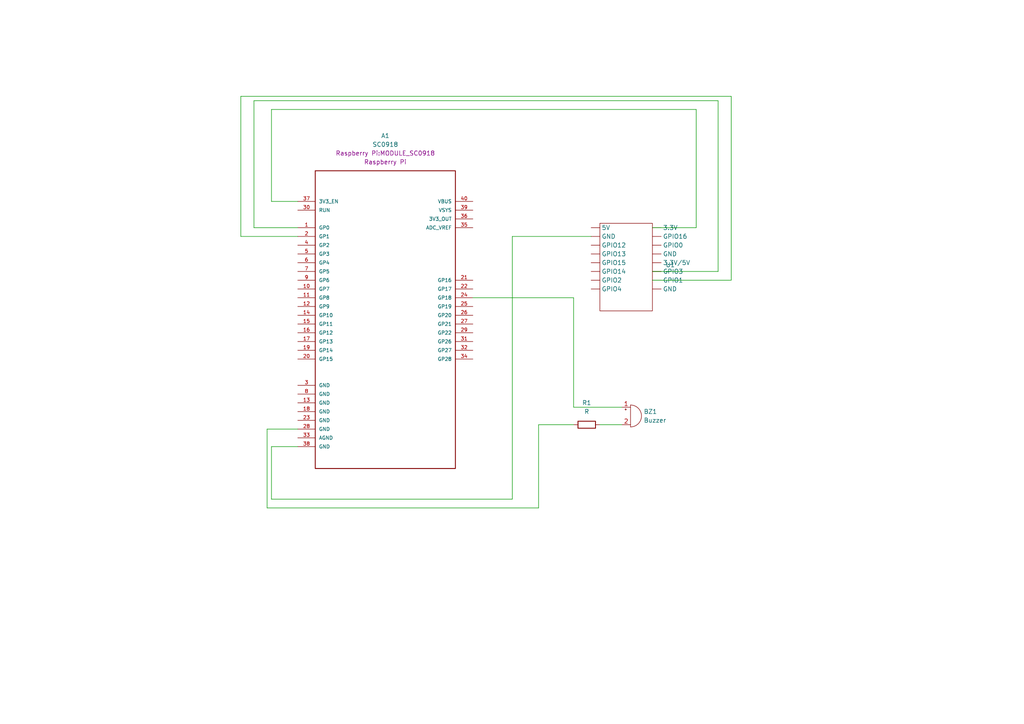
<source format=kicad_sch>
(kicad_sch
	(version 20231120)
	(generator "eeschema")
	(generator_version "8.0")
	(uuid "583b7e82-1ded-4923-8f98-ef5a38bf43de")
	(paper "A4")
	(lib_symbols
		(symbol "Camera:Camera"
			(exclude_from_sim no)
			(in_bom yes)
			(on_board yes)
			(property "Reference" "U"
				(at 0 0 0)
				(effects
					(font
						(size 1.27 1.27)
					)
				)
			)
			(property "Value" ""
				(at 0 0 0)
				(effects
					(font
						(size 1.27 1.27)
					)
				)
			)
			(property "Footprint" ""
				(at 0 0 0)
				(effects
					(font
						(size 1.27 1.27)
					)
					(hide yes)
				)
			)
			(property "Datasheet" ""
				(at 0 0 0)
				(effects
					(font
						(size 1.27 1.27)
					)
					(hide yes)
				)
			)
			(property "Description" ""
				(at 0 0 0)
				(effects
					(font
						(size 1.27 1.27)
					)
					(hide yes)
				)
			)
			(symbol "Camera_0_1"
				(rectangle
					(start -5.08 -2.54)
					(end 10.16 -27.94)
					(stroke
						(width 0)
						(type default)
					)
					(fill
						(type none)
					)
				)
			)
			(symbol "Camera_1_1"
				(pin power_out line
					(at 10.16 -3.81 0)
					(length 2.54)
					(name "3.3V"
						(effects
							(font
								(size 1.27 1.27)
							)
						)
					)
					(number ""
						(effects
							(font
								(size 1.27 1.27)
							)
						)
					)
				)
				(pin power_out line
					(at 10.16 -13.97 0)
					(length 2.54)
					(name "3.3V/5V"
						(effects
							(font
								(size 1.27 1.27)
							)
						)
					)
					(number ""
						(effects
							(font
								(size 1.27 1.27)
							)
						)
					)
				)
				(pin power_out line
					(at -7.62 -3.81 0)
					(length 2.54)
					(name "5V"
						(effects
							(font
								(size 1.27 1.27)
							)
						)
					)
					(number ""
						(effects
							(font
								(size 1.27 1.27)
							)
						)
					)
				)
				(pin power_out line
					(at -7.62 -6.35 0)
					(length 2.54)
					(name "GND"
						(effects
							(font
								(size 1.27 1.27)
							)
						)
					)
					(number ""
						(effects
							(font
								(size 1.27 1.27)
							)
						)
					)
				)
				(pin power_out line
					(at 10.16 -21.59 0)
					(length 2.54)
					(name "GND"
						(effects
							(font
								(size 1.27 1.27)
							)
						)
					)
					(number ""
						(effects
							(font
								(size 1.27 1.27)
							)
						)
					)
				)
				(pin power_out line
					(at 10.16 -11.43 0)
					(length 2.54)
					(name "GND"
						(effects
							(font
								(size 1.27 1.27)
							)
						)
					)
					(number ""
						(effects
							(font
								(size 1.27 1.27)
							)
						)
					)
				)
				(pin input line
					(at 10.16 -8.89 0)
					(length 2.54)
					(name "GPIO0"
						(effects
							(font
								(size 1.27 1.27)
							)
						)
					)
					(number ""
						(effects
							(font
								(size 1.27 1.27)
							)
						)
					)
				)
				(pin input line
					(at 10.16 -19.05 0)
					(length 2.54)
					(name "GPIO1"
						(effects
							(font
								(size 1.27 1.27)
							)
						)
					)
					(number ""
						(effects
							(font
								(size 1.27 1.27)
							)
						)
					)
				)
				(pin input line
					(at -7.62 -8.89 0)
					(length 2.54)
					(name "GPIO12"
						(effects
							(font
								(size 1.27 1.27)
							)
						)
					)
					(number ""
						(effects
							(font
								(size 1.27 1.27)
							)
						)
					)
				)
				(pin input line
					(at -7.62 -11.43 0)
					(length 2.54)
					(name "GPIO13"
						(effects
							(font
								(size 1.27 1.27)
							)
						)
					)
					(number ""
						(effects
							(font
								(size 1.27 1.27)
							)
						)
					)
				)
				(pin input line
					(at -7.62 -16.51 0)
					(length 2.54)
					(name "GPIO14"
						(effects
							(font
								(size 1.27 1.27)
							)
						)
					)
					(number ""
						(effects
							(font
								(size 1.27 1.27)
							)
						)
					)
				)
				(pin input line
					(at -7.62 -13.97 0)
					(length 2.54)
					(name "GPIO15"
						(effects
							(font
								(size 1.27 1.27)
							)
						)
					)
					(number ""
						(effects
							(font
								(size 1.27 1.27)
							)
						)
					)
				)
				(pin input line
					(at 10.16 -6.35 0)
					(length 2.54)
					(name "GPIO16"
						(effects
							(font
								(size 1.27 1.27)
							)
						)
					)
					(number ""
						(effects
							(font
								(size 1.27 1.27)
							)
						)
					)
				)
				(pin input line
					(at -7.62 -19.05 0)
					(length 2.54)
					(name "GPIO2"
						(effects
							(font
								(size 1.27 1.27)
							)
						)
					)
					(number ""
						(effects
							(font
								(size 1.27 1.27)
							)
						)
					)
				)
				(pin input line
					(at 10.16 -16.51 0)
					(length 2.54)
					(name "GPIO3"
						(effects
							(font
								(size 1.27 1.27)
							)
						)
					)
					(number ""
						(effects
							(font
								(size 1.27 1.27)
							)
						)
					)
				)
				(pin input line
					(at -7.62 -21.59 0)
					(length 2.54)
					(name "GPIO4"
						(effects
							(font
								(size 1.27 1.27)
							)
						)
					)
					(number ""
						(effects
							(font
								(size 1.27 1.27)
							)
						)
					)
				)
			)
		)
		(symbol "Device:Buzzer"
			(pin_names
				(offset 0.0254) hide)
			(exclude_from_sim no)
			(in_bom yes)
			(on_board yes)
			(property "Reference" "BZ"
				(at 3.81 1.27 0)
				(effects
					(font
						(size 1.27 1.27)
					)
					(justify left)
				)
			)
			(property "Value" "Buzzer"
				(at 3.81 -1.27 0)
				(effects
					(font
						(size 1.27 1.27)
					)
					(justify left)
				)
			)
			(property "Footprint" ""
				(at -0.635 2.54 90)
				(effects
					(font
						(size 1.27 1.27)
					)
					(hide yes)
				)
			)
			(property "Datasheet" "~"
				(at -0.635 2.54 90)
				(effects
					(font
						(size 1.27 1.27)
					)
					(hide yes)
				)
			)
			(property "Description" "Buzzer, polarized"
				(at 0 0 0)
				(effects
					(font
						(size 1.27 1.27)
					)
					(hide yes)
				)
			)
			(property "ki_keywords" "quartz resonator ceramic"
				(at 0 0 0)
				(effects
					(font
						(size 1.27 1.27)
					)
					(hide yes)
				)
			)
			(property "ki_fp_filters" "*Buzzer*"
				(at 0 0 0)
				(effects
					(font
						(size 1.27 1.27)
					)
					(hide yes)
				)
			)
			(symbol "Buzzer_0_1"
				(arc
					(start 0 -3.175)
					(mid 3.1612 0)
					(end 0 3.175)
					(stroke
						(width 0)
						(type default)
					)
					(fill
						(type none)
					)
				)
				(polyline
					(pts
						(xy -1.651 1.905) (xy -1.143 1.905)
					)
					(stroke
						(width 0)
						(type default)
					)
					(fill
						(type none)
					)
				)
				(polyline
					(pts
						(xy -1.397 2.159) (xy -1.397 1.651)
					)
					(stroke
						(width 0)
						(type default)
					)
					(fill
						(type none)
					)
				)
				(polyline
					(pts
						(xy 0 3.175) (xy 0 -3.175)
					)
					(stroke
						(width 0)
						(type default)
					)
					(fill
						(type none)
					)
				)
			)
			(symbol "Buzzer_1_1"
				(pin passive line
					(at -2.54 2.54 0)
					(length 2.54)
					(name "+"
						(effects
							(font
								(size 1.27 1.27)
							)
						)
					)
					(number "1"
						(effects
							(font
								(size 1.27 1.27)
							)
						)
					)
				)
				(pin passive line
					(at -2.54 -2.54 0)
					(length 2.54)
					(name "-"
						(effects
							(font
								(size 1.27 1.27)
							)
						)
					)
					(number "2"
						(effects
							(font
								(size 1.27 1.27)
							)
						)
					)
				)
			)
		)
		(symbol "Device:R"
			(pin_numbers hide)
			(pin_names
				(offset 0)
			)
			(exclude_from_sim no)
			(in_bom yes)
			(on_board yes)
			(property "Reference" "R"
				(at 2.032 0 90)
				(effects
					(font
						(size 1.27 1.27)
					)
				)
			)
			(property "Value" "R"
				(at 0 0 90)
				(effects
					(font
						(size 1.27 1.27)
					)
				)
			)
			(property "Footprint" ""
				(at -1.778 0 90)
				(effects
					(font
						(size 1.27 1.27)
					)
					(hide yes)
				)
			)
			(property "Datasheet" "~"
				(at 0 0 0)
				(effects
					(font
						(size 1.27 1.27)
					)
					(hide yes)
				)
			)
			(property "Description" "Resistor"
				(at 0 0 0)
				(effects
					(font
						(size 1.27 1.27)
					)
					(hide yes)
				)
			)
			(property "ki_keywords" "R res resistor"
				(at 0 0 0)
				(effects
					(font
						(size 1.27 1.27)
					)
					(hide yes)
				)
			)
			(property "ki_fp_filters" "R_*"
				(at 0 0 0)
				(effects
					(font
						(size 1.27 1.27)
					)
					(hide yes)
				)
			)
			(symbol "R_0_1"
				(rectangle
					(start -1.016 -2.54)
					(end 1.016 2.54)
					(stroke
						(width 0.254)
						(type default)
					)
					(fill
						(type none)
					)
				)
			)
			(symbol "R_1_1"
				(pin passive line
					(at 0 3.81 270)
					(length 1.27)
					(name "~"
						(effects
							(font
								(size 1.27 1.27)
							)
						)
					)
					(number "1"
						(effects
							(font
								(size 1.27 1.27)
							)
						)
					)
				)
				(pin passive line
					(at 0 -3.81 90)
					(length 1.27)
					(name "~"
						(effects
							(font
								(size 1.27 1.27)
							)
						)
					)
					(number "2"
						(effects
							(font
								(size 1.27 1.27)
							)
						)
					)
				)
			)
		)
		(symbol "Raspberry_Piebatukam:SC0918"
			(pin_names
				(offset 1.016)
			)
			(exclude_from_sim no)
			(in_bom yes)
			(on_board yes)
			(property "Reference" "A1"
				(at 0 58.42 0)
				(effects
					(font
						(size 1.27 1.27)
					)
				)
			)
			(property "Value" "SC0918"
				(at 0 55.88 0)
				(effects
					(font
						(size 1.27 1.27)
					)
				)
			)
			(property "Footprint" "Raspberry Pi:MODULE_SC0918"
				(at -12.7 -46.99 0)
				(effects
					(font
						(size 1.27 1.27)
					)
					(justify bottom)
				)
			)
			(property "Datasheet" "https://datasheets.raspberrypi.com/picow/pico-w-datasheet.pdf"
				(at -26.67 -49.53 0)
				(effects
					(font
						(size 1.27 1.27)
					)
					(justify left bottom)
					(hide yes)
				)
			)
			(property "Description" ""
				(at 0 0 0)
				(effects
					(font
						(size 1.27 1.27)
					)
					(hide yes)
				)
			)
			(property "manufacturer" "Raspberry Pi"
				(at 0 53.34 0)
				(effects
					(font
						(size 1.27 1.27)
					)
				)
			)
			(property "P/N" "SC0918"
				(at 0 50.8 0)
				(effects
					(font
						(size 1.27 1.27)
					)
					(hide yes)
				)
			)
			(property "PARTREV" "1.6"
				(at 0 48.26 0)
				(effects
					(font
						(size 1.27 1.27)
					)
					(hide yes)
				)
			)
			(property "MAXIMUM_PACKAGE_HEIGHT" "3.73mm"
				(at 0 45.72 0)
				(effects
					(font
						(size 1.27 1.27)
					)
					(hide yes)
				)
			)
			(symbol "SC0918_0_0"
				(rectangle
					(start -20.32 -43.18)
					(end 20.32 43.18)
					(stroke
						(width 0.254)
						(type default)
					)
					(fill
						(type none)
					)
				)
				(pin bidirectional line
					(at -25.4 26.67 0)
					(length 5.08)
					(name "GP0"
						(effects
							(font
								(size 1.016 1.016)
							)
						)
					)
					(number "1"
						(effects
							(font
								(size 1.016 1.016)
							)
						)
					)
				)
				(pin bidirectional line
					(at -25.4 8.89 0)
					(length 5.08)
					(name "GP7"
						(effects
							(font
								(size 1.016 1.016)
							)
						)
					)
					(number "10"
						(effects
							(font
								(size 1.016 1.016)
							)
						)
					)
				)
				(pin bidirectional line
					(at -25.4 6.35 0)
					(length 5.08)
					(name "GP8"
						(effects
							(font
								(size 1.016 1.016)
							)
						)
					)
					(number "11"
						(effects
							(font
								(size 1.016 1.016)
							)
						)
					)
				)
				(pin bidirectional line
					(at -25.4 3.81 0)
					(length 5.08)
					(name "GP9"
						(effects
							(font
								(size 1.016 1.016)
							)
						)
					)
					(number "12"
						(effects
							(font
								(size 1.016 1.016)
							)
						)
					)
				)
				(pin power_in line
					(at -25.4 -24.13 0)
					(length 5.08)
					(name "GND"
						(effects
							(font
								(size 1.016 1.016)
							)
						)
					)
					(number "13"
						(effects
							(font
								(size 1.016 1.016)
							)
						)
					)
				)
				(pin bidirectional line
					(at -25.4 1.27 0)
					(length 5.08)
					(name "GP10"
						(effects
							(font
								(size 1.016 1.016)
							)
						)
					)
					(number "14"
						(effects
							(font
								(size 1.016 1.016)
							)
						)
					)
				)
				(pin bidirectional line
					(at -25.4 -1.27 0)
					(length 5.08)
					(name "GP11"
						(effects
							(font
								(size 1.016 1.016)
							)
						)
					)
					(number "15"
						(effects
							(font
								(size 1.016 1.016)
							)
						)
					)
				)
				(pin bidirectional line
					(at -25.4 -3.81 0)
					(length 5.08)
					(name "GP12"
						(effects
							(font
								(size 1.016 1.016)
							)
						)
					)
					(number "16"
						(effects
							(font
								(size 1.016 1.016)
							)
						)
					)
				)
				(pin bidirectional line
					(at -25.4 -6.35 0)
					(length 5.08)
					(name "GP13"
						(effects
							(font
								(size 1.016 1.016)
							)
						)
					)
					(number "17"
						(effects
							(font
								(size 1.016 1.016)
							)
						)
					)
				)
				(pin power_in line
					(at -25.4 -26.67 0)
					(length 5.08)
					(name "GND"
						(effects
							(font
								(size 1.016 1.016)
							)
						)
					)
					(number "18"
						(effects
							(font
								(size 1.016 1.016)
							)
						)
					)
				)
				(pin bidirectional line
					(at -25.4 -8.89 0)
					(length 5.08)
					(name "GP14"
						(effects
							(font
								(size 1.016 1.016)
							)
						)
					)
					(number "19"
						(effects
							(font
								(size 1.016 1.016)
							)
						)
					)
				)
				(pin bidirectional line
					(at -25.4 24.13 0)
					(length 5.08)
					(name "GP1"
						(effects
							(font
								(size 1.016 1.016)
							)
						)
					)
					(number "2"
						(effects
							(font
								(size 1.016 1.016)
							)
						)
					)
				)
				(pin bidirectional line
					(at -25.4 -11.43 0)
					(length 5.08)
					(name "GP15"
						(effects
							(font
								(size 1.016 1.016)
							)
						)
					)
					(number "20"
						(effects
							(font
								(size 1.016 1.016)
							)
						)
					)
				)
				(pin bidirectional line
					(at 25.4 11.43 180)
					(length 5.08)
					(name "GP16"
						(effects
							(font
								(size 1.016 1.016)
							)
						)
					)
					(number "21"
						(effects
							(font
								(size 1.016 1.016)
							)
						)
					)
				)
				(pin bidirectional line
					(at 25.4 8.89 180)
					(length 5.08)
					(name "GP17"
						(effects
							(font
								(size 1.016 1.016)
							)
						)
					)
					(number "22"
						(effects
							(font
								(size 1.016 1.016)
							)
						)
					)
				)
				(pin power_in line
					(at -25.4 -29.21 0)
					(length 5.08)
					(name "GND"
						(effects
							(font
								(size 1.016 1.016)
							)
						)
					)
					(number "23"
						(effects
							(font
								(size 1.016 1.016)
							)
						)
					)
				)
				(pin bidirectional line
					(at 25.4 6.35 180)
					(length 5.08)
					(name "GP18"
						(effects
							(font
								(size 1.016 1.016)
							)
						)
					)
					(number "24"
						(effects
							(font
								(size 1.016 1.016)
							)
						)
					)
				)
				(pin bidirectional line
					(at 25.4 3.81 180)
					(length 5.08)
					(name "GP19"
						(effects
							(font
								(size 1.016 1.016)
							)
						)
					)
					(number "25"
						(effects
							(font
								(size 1.016 1.016)
							)
						)
					)
				)
				(pin bidirectional line
					(at 25.4 1.27 180)
					(length 5.08)
					(name "GP20"
						(effects
							(font
								(size 1.016 1.016)
							)
						)
					)
					(number "26"
						(effects
							(font
								(size 1.016 1.016)
							)
						)
					)
				)
				(pin bidirectional line
					(at 25.4 -1.27 180)
					(length 5.08)
					(name "GP21"
						(effects
							(font
								(size 1.016 1.016)
							)
						)
					)
					(number "27"
						(effects
							(font
								(size 1.016 1.016)
							)
						)
					)
				)
				(pin power_in line
					(at -25.4 -31.75 0)
					(length 5.08)
					(name "GND"
						(effects
							(font
								(size 1.016 1.016)
							)
						)
					)
					(number "28"
						(effects
							(font
								(size 1.016 1.016)
							)
						)
					)
				)
				(pin bidirectional line
					(at 25.4 -3.81 180)
					(length 5.08)
					(name "GP22"
						(effects
							(font
								(size 1.016 1.016)
							)
						)
					)
					(number "29"
						(effects
							(font
								(size 1.016 1.016)
							)
						)
					)
				)
				(pin power_in line
					(at -25.4 -19.05 0)
					(length 5.08)
					(name "GND"
						(effects
							(font
								(size 1.016 1.016)
							)
						)
					)
					(number "3"
						(effects
							(font
								(size 1.016 1.016)
							)
						)
					)
				)
				(pin input line
					(at -25.4 31.75 0)
					(length 5.08)
					(name "RUN"
						(effects
							(font
								(size 1.016 1.016)
							)
						)
					)
					(number "30"
						(effects
							(font
								(size 1.016 1.016)
							)
						)
					)
				)
				(pin bidirectional line
					(at 25.4 -6.35 180)
					(length 5.08)
					(name "GP26"
						(effects
							(font
								(size 1.016 1.016)
							)
						)
					)
					(number "31"
						(effects
							(font
								(size 1.016 1.016)
							)
						)
					)
				)
				(pin bidirectional line
					(at 25.4 -8.89 180)
					(length 5.08)
					(name "GP27"
						(effects
							(font
								(size 1.016 1.016)
							)
						)
					)
					(number "32"
						(effects
							(font
								(size 1.016 1.016)
							)
						)
					)
				)
				(pin power_in line
					(at -25.4 -34.29 0)
					(length 5.08)
					(name "AGND"
						(effects
							(font
								(size 1.016 1.016)
							)
						)
					)
					(number "33"
						(effects
							(font
								(size 1.016 1.016)
							)
						)
					)
				)
				(pin bidirectional line
					(at 25.4 -11.43 180)
					(length 5.08)
					(name "GP28"
						(effects
							(font
								(size 1.016 1.016)
							)
						)
					)
					(number "34"
						(effects
							(font
								(size 1.016 1.016)
							)
						)
					)
				)
				(pin power_in line
					(at 25.4 26.67 180)
					(length 5.08)
					(name "ADC_VREF"
						(effects
							(font
								(size 1.016 1.016)
							)
						)
					)
					(number "35"
						(effects
							(font
								(size 1.016 1.016)
							)
						)
					)
				)
				(pin power_in line
					(at 25.4 29.21 180)
					(length 5.08)
					(name "3V3_OUT"
						(effects
							(font
								(size 1.016 1.016)
							)
						)
					)
					(number "36"
						(effects
							(font
								(size 1.016 1.016)
							)
						)
					)
				)
				(pin input line
					(at -25.4 34.29 0)
					(length 5.08)
					(name "3V3_EN"
						(effects
							(font
								(size 1.016 1.016)
							)
						)
					)
					(number "37"
						(effects
							(font
								(size 1.016 1.016)
							)
						)
					)
				)
				(pin power_in line
					(at -25.4 -36.83 0)
					(length 5.08)
					(name "GND"
						(effects
							(font
								(size 1.016 1.016)
							)
						)
					)
					(number "38"
						(effects
							(font
								(size 1.016 1.016)
							)
						)
					)
				)
				(pin free line
					(at 25.4 31.75 180)
					(length 5.08)
					(name "VSYS"
						(effects
							(font
								(size 1.016 1.016)
							)
						)
					)
					(number "39"
						(effects
							(font
								(size 1.016 1.016)
							)
						)
					)
				)
				(pin bidirectional line
					(at -25.4 21.59 0)
					(length 5.08)
					(name "GP2"
						(effects
							(font
								(size 1.016 1.016)
							)
						)
					)
					(number "4"
						(effects
							(font
								(size 1.016 1.016)
							)
						)
					)
				)
				(pin free line
					(at 25.4 34.29 180)
					(length 5.08)
					(name "VBUS"
						(effects
							(font
								(size 1.016 1.016)
							)
						)
					)
					(number "40"
						(effects
							(font
								(size 1.016 1.016)
							)
						)
					)
				)
				(pin bidirectional line
					(at -25.4 19.05 0)
					(length 5.08)
					(name "GP3"
						(effects
							(font
								(size 1.016 1.016)
							)
						)
					)
					(number "5"
						(effects
							(font
								(size 1.016 1.016)
							)
						)
					)
				)
				(pin bidirectional line
					(at -25.4 16.51 0)
					(length 5.08)
					(name "GP4"
						(effects
							(font
								(size 1.016 1.016)
							)
						)
					)
					(number "6"
						(effects
							(font
								(size 1.016 1.016)
							)
						)
					)
				)
				(pin bidirectional line
					(at -25.4 13.97 0)
					(length 5.08)
					(name "GP5"
						(effects
							(font
								(size 1.016 1.016)
							)
						)
					)
					(number "7"
						(effects
							(font
								(size 1.016 1.016)
							)
						)
					)
				)
				(pin power_in line
					(at -25.4 -21.59 0)
					(length 5.08)
					(name "GND"
						(effects
							(font
								(size 1.016 1.016)
							)
						)
					)
					(number "8"
						(effects
							(font
								(size 1.016 1.016)
							)
						)
					)
				)
				(pin bidirectional line
					(at -25.4 11.43 0)
					(length 5.08)
					(name "GP6"
						(effects
							(font
								(size 1.016 1.016)
							)
						)
					)
					(number "9"
						(effects
							(font
								(size 1.016 1.016)
							)
						)
					)
				)
			)
		)
	)
	(wire
		(pts
			(xy 78.74 144.78) (xy 78.74 129.54)
		)
		(stroke
			(width 0)
			(type default)
		)
		(uuid "0feaa25d-3fff-4342-b4c5-52c95d5f5e2c")
	)
	(wire
		(pts
			(xy 73.66 29.21) (xy 73.66 66.04)
		)
		(stroke
			(width 0)
			(type default)
		)
		(uuid "1ec96178-764f-4276-8306-48e539d44662")
	)
	(wire
		(pts
			(xy 201.93 66.04) (xy 201.93 31.75)
		)
		(stroke
			(width 0)
			(type default)
		)
		(uuid "31b77b91-e9da-4514-adc6-ec249c61ed1f")
	)
	(wire
		(pts
			(xy 208.28 29.21) (xy 73.66 29.21)
		)
		(stroke
			(width 0)
			(type default)
		)
		(uuid "34516912-4be7-4c3a-a3fa-4c06f2ece0da")
	)
	(wire
		(pts
			(xy 78.74 58.42) (xy 86.36 58.42)
		)
		(stroke
			(width 0)
			(type default)
		)
		(uuid "3a5356ea-0c0a-4580-8ee4-0fbf73b41f0a")
	)
	(wire
		(pts
			(xy 189.23 81.28) (xy 212.09 81.28)
		)
		(stroke
			(width 0)
			(type default)
		)
		(uuid "40ffbdfd-6528-49ed-b40b-fa07dd8f1fd3")
	)
	(wire
		(pts
			(xy 69.85 68.58) (xy 86.36 68.58)
		)
		(stroke
			(width 0)
			(type default)
		)
		(uuid "482d6f5a-95ac-4e58-b549-5327341e819e")
	)
	(wire
		(pts
			(xy 201.93 31.75) (xy 78.74 31.75)
		)
		(stroke
			(width 0)
			(type default)
		)
		(uuid "4d0ba8ae-b41c-493a-9947-c09f0f951b9d")
	)
	(wire
		(pts
			(xy 77.47 124.46) (xy 86.36 124.46)
		)
		(stroke
			(width 0)
			(type default)
		)
		(uuid "50432c85-824e-47e9-b152-e58a4d8cbad2")
	)
	(wire
		(pts
			(xy 137.16 86.36) (xy 166.37 86.36)
		)
		(stroke
			(width 0)
			(type default)
		)
		(uuid "51d714a4-ce69-4127-9959-2c05efcb1344")
	)
	(wire
		(pts
			(xy 189.23 66.04) (xy 201.93 66.04)
		)
		(stroke
			(width 0)
			(type default)
		)
		(uuid "5882e7c8-e399-4a41-a354-6cb6381fcf3c")
	)
	(wire
		(pts
			(xy 212.09 81.28) (xy 212.09 27.94)
		)
		(stroke
			(width 0)
			(type default)
		)
		(uuid "621d3b5e-bc3f-4e77-8a1d-6c00dc3fe6a6")
	)
	(wire
		(pts
			(xy 69.85 27.94) (xy 69.85 68.58)
		)
		(stroke
			(width 0)
			(type default)
		)
		(uuid "6649da90-c384-4004-bbcf-002a88507990")
	)
	(wire
		(pts
			(xy 166.37 118.11) (xy 180.34 118.11)
		)
		(stroke
			(width 0)
			(type default)
		)
		(uuid "694b67e6-7362-4119-b884-25ad18517ae8")
	)
	(wire
		(pts
			(xy 156.21 123.19) (xy 156.21 147.32)
		)
		(stroke
			(width 0)
			(type default)
		)
		(uuid "696b16a1-439b-4214-ad0d-036bf851ae70")
	)
	(wire
		(pts
			(xy 208.28 78.74) (xy 208.28 29.21)
		)
		(stroke
			(width 0)
			(type default)
		)
		(uuid "6b2b1451-7f53-412e-9b66-efeeab4c3144")
	)
	(wire
		(pts
			(xy 156.21 147.32) (xy 77.47 147.32)
		)
		(stroke
			(width 0)
			(type default)
		)
		(uuid "72b95f73-8bf2-4726-943c-43921506b81a")
	)
	(wire
		(pts
			(xy 189.23 78.74) (xy 208.28 78.74)
		)
		(stroke
			(width 0)
			(type default)
		)
		(uuid "83dd80d8-1e8d-439f-b2b6-65179841fc4e")
	)
	(wire
		(pts
			(xy 73.66 66.04) (xy 86.36 66.04)
		)
		(stroke
			(width 0)
			(type default)
		)
		(uuid "8deb712b-5251-4f72-91ba-d89661bc3458")
	)
	(wire
		(pts
			(xy 148.59 68.58) (xy 148.59 144.78)
		)
		(stroke
			(width 0)
			(type default)
		)
		(uuid "8eb0d886-c555-419a-b023-e12b92548838")
	)
	(wire
		(pts
			(xy 166.37 123.19) (xy 156.21 123.19)
		)
		(stroke
			(width 0)
			(type default)
		)
		(uuid "9c61ff4c-df52-40c0-be6f-4125ffdd17ab")
	)
	(wire
		(pts
			(xy 78.74 129.54) (xy 86.36 129.54)
		)
		(stroke
			(width 0)
			(type default)
		)
		(uuid "9e72e54a-5e19-4c85-b7d1-38d296b29260")
	)
	(wire
		(pts
			(xy 78.74 31.75) (xy 78.74 58.42)
		)
		(stroke
			(width 0)
			(type default)
		)
		(uuid "a990e72f-986a-479e-ab3a-793e22cbfde8")
	)
	(wire
		(pts
			(xy 148.59 144.78) (xy 78.74 144.78)
		)
		(stroke
			(width 0)
			(type default)
		)
		(uuid "bd79e9b5-2981-4344-8054-c43b84ff45b0")
	)
	(wire
		(pts
			(xy 171.45 68.58) (xy 148.59 68.58)
		)
		(stroke
			(width 0)
			(type default)
		)
		(uuid "c851e5bc-ec6b-4971-a724-8c154486d98c")
	)
	(wire
		(pts
			(xy 173.99 123.19) (xy 180.34 123.19)
		)
		(stroke
			(width 0)
			(type default)
		)
		(uuid "cd942c3a-7c74-4e64-8ae8-906caecaf496")
	)
	(wire
		(pts
			(xy 166.37 86.36) (xy 166.37 118.11)
		)
		(stroke
			(width 0)
			(type default)
		)
		(uuid "d08edc0f-141d-48d5-9d7c-bdf6fbc7990c")
	)
	(wire
		(pts
			(xy 77.47 147.32) (xy 77.47 124.46)
		)
		(stroke
			(width 0)
			(type default)
		)
		(uuid "fe64d432-3342-402b-b583-b2240923052c")
	)
	(wire
		(pts
			(xy 212.09 27.94) (xy 69.85 27.94)
		)
		(stroke
			(width 0)
			(type default)
		)
		(uuid "fecc40a8-1198-4ae4-972c-cc551673eeb0")
	)
	(symbol
		(lib_id "Raspberry_Piebatukam:SC0918")
		(at 111.76 92.71 0)
		(unit 1)
		(exclude_from_sim no)
		(in_bom yes)
		(on_board yes)
		(dnp no)
		(fields_autoplaced yes)
		(uuid "4e8d7d35-278f-4470-9a87-66cf93ac49b1")
		(property "Reference" "A1"
			(at 111.76 39.37 0)
			(effects
				(font
					(size 1.27 1.27)
				)
			)
		)
		(property "Value" "SC0918"
			(at 111.76 41.91 0)
			(effects
				(font
					(size 1.27 1.27)
				)
			)
		)
		(property "Footprint" "Raspberry Pi:MODULE_SC0918"
			(at 111.76 44.45 0)
			(effects
				(font
					(size 1.27 1.27)
				)
			)
		)
		(property "Datasheet" "https://datasheets.raspberrypi.com/picow/pico-w-datasheet.pdf"
			(at 85.09 142.24 0)
			(effects
				(font
					(size 1.27 1.27)
				)
				(justify left bottom)
				(hide yes)
			)
		)
		(property "Description" ""
			(at 111.76 92.71 0)
			(effects
				(font
					(size 1.27 1.27)
				)
				(hide yes)
			)
		)
		(property "manufacturer" "Raspberry Pi"
			(at 111.76 46.99 0)
			(effects
				(font
					(size 1.27 1.27)
				)
			)
		)
		(property "P/N" "SC0918"
			(at 111.76 41.91 0)
			(effects
				(font
					(size 1.27 1.27)
				)
				(hide yes)
			)
		)
		(property "PARTREV" "1.6"
			(at 111.76 44.45 0)
			(effects
				(font
					(size 1.27 1.27)
				)
				(hide yes)
			)
		)
		(property "MAXIMUM_PACKAGE_HEIGHT" "3.73mm"
			(at 111.76 46.99 0)
			(effects
				(font
					(size 1.27 1.27)
				)
				(hide yes)
			)
		)
		(pin "19"
			(uuid "fcee40c8-0723-4af4-b2a6-82f570c49419")
		)
		(pin "37"
			(uuid "86451fdc-fa7c-4403-b00c-94b90686e395")
		)
		(pin "9"
			(uuid "300b92aa-b0ff-4c6e-b8d3-376ef76cd6b1")
		)
		(pin "15"
			(uuid "c0e865ad-a1fd-4faa-9711-33d71b2a5256")
		)
		(pin "5"
			(uuid "fd1f9b9e-7a37-4ce9-8639-f3bcb739c448")
		)
		(pin "27"
			(uuid "84186dea-f715-4052-9e86-e48dfaf42ef5")
		)
		(pin "24"
			(uuid "200f249d-de7d-4df0-85da-dd5fd28fde07")
		)
		(pin "30"
			(uuid "b1557670-6e88-4037-8fb9-e1ba72dc8f13")
		)
		(pin "17"
			(uuid "3c2e2a5d-f236-4649-96c9-ad0f7ff679d1")
		)
		(pin "2"
			(uuid "43406a17-a830-4b30-a845-43e37e6209dd")
		)
		(pin "8"
			(uuid "ebb04330-5561-428e-87c1-4733cb76f9cc")
		)
		(pin "36"
			(uuid "e6c37f18-ff1e-4baf-afe2-90ffff210ff7")
		)
		(pin "4"
			(uuid "e3194f27-1b57-45fe-9aa4-b5cc3ec80b4b")
		)
		(pin "26"
			(uuid "651883c9-53c9-45c2-bf97-6b2855ce4f99")
		)
		(pin "25"
			(uuid "6aac4d32-597d-4750-9182-0911e04bb9eb")
		)
		(pin "11"
			(uuid "c9622873-0465-404f-ac87-a8f71ef1ce7c")
		)
		(pin "10"
			(uuid "c9b37f23-0a55-49d6-af1f-50b24d368670")
		)
		(pin "32"
			(uuid "0021ef9e-321d-4d58-ad4a-58216c93f407")
		)
		(pin "14"
			(uuid "67db2d15-d1f3-405f-a6c6-400f0642a9e4")
		)
		(pin "22"
			(uuid "f349678a-9083-4ab0-862b-16518e59e63b")
		)
		(pin "34"
			(uuid "c977044e-0ee1-45f6-8d27-973624c91c9b")
		)
		(pin "38"
			(uuid "6931eef1-5a6e-4d75-9e36-94673da65955")
		)
		(pin "20"
			(uuid "a598ad3e-311e-4340-863c-af0312c422a4")
		)
		(pin "28"
			(uuid "8a4d2998-3c3f-48c9-b466-e0fd4af76440")
		)
		(pin "3"
			(uuid "09eadc02-1936-4bc7-82a7-73089c4d002a")
		)
		(pin "6"
			(uuid "93741a4f-7331-4a63-b39d-51a41376123e")
		)
		(pin "16"
			(uuid "96635ca1-7609-4acc-938f-70a094cf281a")
		)
		(pin "7"
			(uuid "4b9372fb-e29e-4136-8d57-936d4b5c345d")
		)
		(pin "23"
			(uuid "9a6075e2-1c6b-4ac2-a6ae-755ddd3c27ab")
		)
		(pin "1"
			(uuid "885d3986-f18e-4a93-aea0-989d5656cf1e")
		)
		(pin "12"
			(uuid "57da5b17-10ec-4b6e-bbc7-b67802497534")
		)
		(pin "40"
			(uuid "f54558e5-6236-4549-baa7-761556dc8e36")
		)
		(pin "18"
			(uuid "0beb274b-50e6-463f-9a3d-9c009b37b67e")
		)
		(pin "31"
			(uuid "965a7998-fe3c-48c3-a276-e14ee27ebd3a")
		)
		(pin "35"
			(uuid "aa3adc42-894e-41b2-91be-7b51522c2893")
		)
		(pin "13"
			(uuid "7cbda972-97ad-4633-aae4-52c8b615bd30")
		)
		(pin "29"
			(uuid "7c89a913-f34f-4efb-a473-e034f1bc56a2")
		)
		(pin "33"
			(uuid "7f215a21-e434-4d44-a263-a9939025d50c")
		)
		(pin "39"
			(uuid "86ba7ff3-17f3-420a-b590-8703da01f11a")
		)
		(pin "21"
			(uuid "a4e0dc35-a7f0-4021-b5a8-f024831365a6")
		)
		(instances
			(project "Sabrina_Carpenter"
				(path "/583b7e82-1ded-4923-8f98-ef5a38bf43de"
					(reference "A1")
					(unit 1)
				)
			)
		)
	)
	(symbol
		(lib_id "Device:Buzzer")
		(at 182.88 120.65 0)
		(unit 1)
		(exclude_from_sim no)
		(in_bom yes)
		(on_board yes)
		(dnp no)
		(fields_autoplaced yes)
		(uuid "a9b9bca5-215e-489a-9b7c-4adc69324553")
		(property "Reference" "BZ1"
			(at 186.69 119.3799 0)
			(effects
				(font
					(size 1.27 1.27)
				)
				(justify left)
			)
		)
		(property "Value" "Buzzer"
			(at 186.69 121.9199 0)
			(effects
				(font
					(size 1.27 1.27)
				)
				(justify left)
			)
		)
		(property "Footprint" ""
			(at 182.245 118.11 90)
			(effects
				(font
					(size 1.27 1.27)
				)
				(hide yes)
			)
		)
		(property "Datasheet" "~"
			(at 182.245 118.11 90)
			(effects
				(font
					(size 1.27 1.27)
				)
				(hide yes)
			)
		)
		(property "Description" "Buzzer, polarized"
			(at 182.88 120.65 0)
			(effects
				(font
					(size 1.27 1.27)
				)
				(hide yes)
			)
		)
		(pin "2"
			(uuid "722d989c-c998-4005-a950-a6881b1a5197")
		)
		(pin "1"
			(uuid "22711d9c-9b4c-4031-ad07-6f88e3b51165")
		)
		(instances
			(project "Sabrina_Carpenter"
				(path "/583b7e82-1ded-4923-8f98-ef5a38bf43de"
					(reference "BZ1")
					(unit 1)
				)
			)
		)
	)
	(symbol
		(lib_id "Camera:Camera")
		(at 179.07 62.23 0)
		(unit 1)
		(exclude_from_sim no)
		(in_bom yes)
		(on_board yes)
		(dnp no)
		(fields_autoplaced yes)
		(uuid "e68d44d9-93b1-41ef-84fd-b178604e22ac")
		(property "Reference" "U1"
			(at 193.04 76.8349 0)
			(effects
				(font
					(size 1.27 1.27)
				)
				(justify left)
			)
		)
		(property "Value" "~"
			(at 193.04 78.74 0)
			(effects
				(font
					(size 1.27 1.27)
				)
				(justify left)
			)
		)
		(property "Footprint" ""
			(at 179.07 62.23 0)
			(effects
				(font
					(size 1.27 1.27)
				)
				(hide yes)
			)
		)
		(property "Datasheet" ""
			(at 179.07 62.23 0)
			(effects
				(font
					(size 1.27 1.27)
				)
				(hide yes)
			)
		)
		(property "Description" ""
			(at 179.07 62.23 0)
			(effects
				(font
					(size 1.27 1.27)
				)
				(hide yes)
			)
		)
		(pin ""
			(uuid "2cfc1785-560c-4b2a-bd8b-98e9837758c0")
		)
		(pin ""
			(uuid "8024eb39-b065-4585-85c6-992c4552784e")
		)
		(pin ""
			(uuid "9d6b8f58-e140-4bc0-bfb6-7dc3529397f9")
		)
		(pin ""
			(uuid "0d3ae87e-12bd-4a08-8120-5c3d5a0b98f2")
		)
		(pin ""
			(uuid "36e308d7-6c9d-4b70-b6f0-ff10d2ab6adc")
		)
		(pin ""
			(uuid "e622e128-2df0-426d-9469-615d0e19bf5d")
		)
		(pin ""
			(uuid "fc2d5a53-a9df-40b0-9e46-d9d4cb554630")
		)
		(pin ""
			(uuid "17bd98f3-4849-4f31-96dd-291e60f6b895")
		)
		(pin ""
			(uuid "37f11adf-87e6-44d7-88dd-98e57b2affb9")
		)
		(pin ""
			(uuid "4c6c89b0-e6f9-494c-b486-b7554717350c")
		)
		(pin ""
			(uuid "93cb55f0-5618-49cd-bee6-5188dea356bc")
		)
		(pin ""
			(uuid "c809b337-29f2-425e-b7a4-2bb15aee55b6")
		)
		(pin ""
			(uuid "6516f919-7142-46b1-824f-fad90977ca91")
		)
		(pin ""
			(uuid "e9cba64f-a752-49d8-b2cb-b82ecf310002")
		)
		(pin ""
			(uuid "958af3a7-a2b8-4694-b1bf-05fae6c0aa80")
		)
		(pin ""
			(uuid "9e5f82c1-888b-4d70-ab0f-f02153030250")
		)
		(instances
			(project "Sabrina_Carpenter"
				(path "/583b7e82-1ded-4923-8f98-ef5a38bf43de"
					(reference "U1")
					(unit 1)
				)
			)
		)
	)
	(symbol
		(lib_id "Device:R")
		(at 170.18 123.19 270)
		(unit 1)
		(exclude_from_sim no)
		(in_bom yes)
		(on_board yes)
		(dnp no)
		(fields_autoplaced yes)
		(uuid "e9ea2fbd-78f3-499b-ad07-1e11b9121f9f")
		(property "Reference" "R1"
			(at 170.18 116.84 90)
			(effects
				(font
					(size 1.27 1.27)
				)
			)
		)
		(property "Value" "R"
			(at 170.18 119.38 90)
			(effects
				(font
					(size 1.27 1.27)
				)
			)
		)
		(property "Footprint" ""
			(at 170.18 121.412 90)
			(effects
				(font
					(size 1.27 1.27)
				)
				(hide yes)
			)
		)
		(property "Datasheet" "~"
			(at 170.18 123.19 0)
			(effects
				(font
					(size 1.27 1.27)
				)
				(hide yes)
			)
		)
		(property "Description" "Resistor"
			(at 170.18 123.19 0)
			(effects
				(font
					(size 1.27 1.27)
				)
				(hide yes)
			)
		)
		(pin "1"
			(uuid "70d4c589-205b-4b42-8d7e-2171a7dd8311")
		)
		(pin "2"
			(uuid "3f9c7d5e-3f11-4c39-afd5-cf5831c48f21")
		)
		(instances
			(project "Sabrina_Carpenter"
				(path "/583b7e82-1ded-4923-8f98-ef5a38bf43de"
					(reference "R1")
					(unit 1)
				)
			)
		)
	)
	(sheet_instances
		(path "/"
			(page "1")
		)
	)
)

</source>
